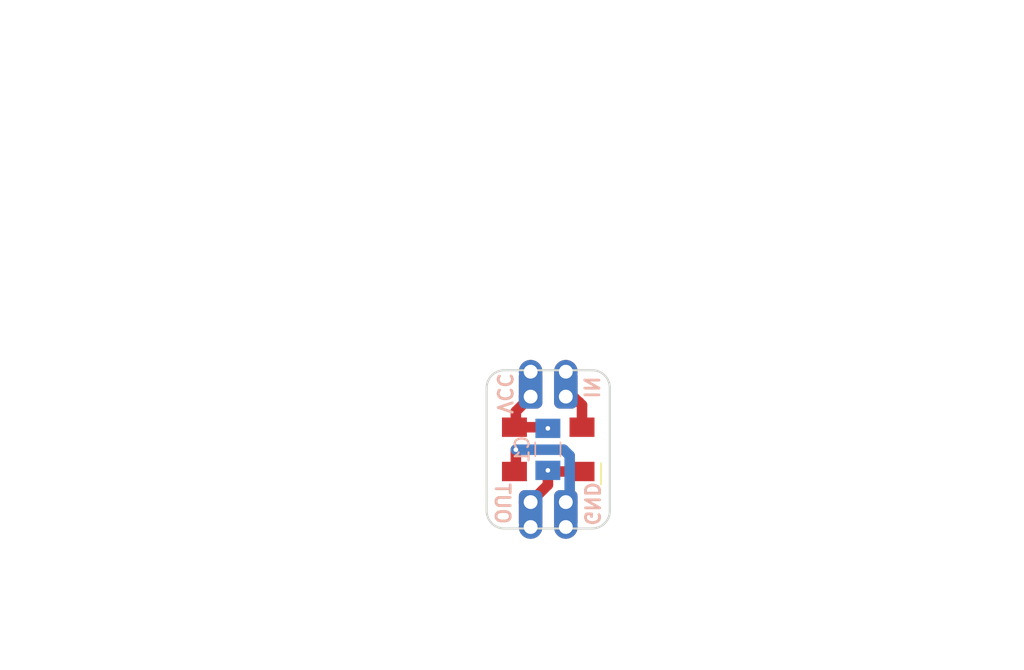
<source format=kicad_pcb>
(kicad_pcb (version 20171130) (host pcbnew 6.0.0-rc1-unknown-b491065~66~ubuntu16.04.1)

  (general
    (thickness 1.6)
    (drawings 29)
    (tracks 24)
    (zones 0)
    (modules 4)
    (nets 5)
  )

  (page USLetter)
  (title_block
    (title "Project Title")
  )

  (layers
    (0 F.Cu signal)
    (31 B.Cu signal)
    (34 B.Paste user)
    (35 F.Paste user)
    (36 B.SilkS user)
    (37 F.SilkS user)
    (38 B.Mask user)
    (39 F.Mask user)
    (44 Edge.Cuts user)
    (46 B.CrtYd user)
    (47 F.CrtYd user)
    (48 B.Fab user)
    (49 F.Fab user)
  )

  (setup
    (last_trace_width 0.762)
    (user_trace_width 0.1524)
    (user_trace_width 0.254)
    (user_trace_width 0.3302)
    (user_trace_width 0.508)
    (user_trace_width 0.762)
    (user_trace_width 1.27)
    (trace_clearance 0.254)
    (zone_clearance 0.508)
    (zone_45_only no)
    (trace_min 0.1524)
    (via_size 0.6858)
    (via_drill 0.3302)
    (via_min_size 0.6858)
    (via_min_drill 0.3302)
    (user_via 0.6858 0.3302)
    (user_via 0.762 0.4064)
    (user_via 0.8636 0.508)
    (uvia_size 0.6858)
    (uvia_drill 0.3302)
    (uvias_allowed no)
    (uvia_min_size 0)
    (uvia_min_drill 0)
    (edge_width 0.1524)
    (segment_width 0.1524)
    (pcb_text_width 0.1524)
    (pcb_text_size 1.016 1.016)
    (mod_edge_width 0.1524)
    (mod_text_size 1.016 1.016)
    (mod_text_width 0.1524)
    (pad_size 1.524 1.524)
    (pad_drill 0.762)
    (pad_to_mask_clearance 0.0762)
    (solder_mask_min_width 0.1016)
    (pad_to_paste_clearance -0.0762)
    (aux_axis_origin 0 0)
    (visible_elements FFFFDF7D)
    (pcbplotparams
      (layerselection 0x310fc_ffffffff)
      (usegerberextensions true)
      (usegerberattributes false)
      (usegerberadvancedattributes false)
      (creategerberjobfile false)
      (excludeedgelayer true)
      (linewidth 0.100000)
      (plotframeref false)
      (viasonmask false)
      (mode 1)
      (useauxorigin false)
      (hpglpennumber 1)
      (hpglpenspeed 20)
      (hpglpendiameter 15.000000)
      (psnegative false)
      (psa4output false)
      (plotreference true)
      (plotvalue true)
      (plotinvisibletext false)
      (padsonsilk false)
      (subtractmaskfromsilk false)
      (outputformat 1)
      (mirror false)
      (drillshape 0)
      (scaleselection 1)
      (outputdirectory "/home/greynaga/Documents/KiCad/github/Varios/Varios/ws2812b_reverse/gerbers/"))
  )

  (net 0 "")
  (net 1 VCC)
  (net 2 "Net-(J1-Pad2)")
  (net 3 GND)
  (net 4 "Net-(J2-Pad1)")

  (net_class Default "This is the default net class."
    (clearance 0.254)
    (trace_width 0.254)
    (via_dia 0.6858)
    (via_drill 0.3302)
    (uvia_dia 0.6858)
    (uvia_drill 0.3302)
    (add_net GND)
    (add_net "Net-(J1-Pad2)")
    (add_net "Net-(J2-Pad1)")
    (add_net VCC)
  )

  (module neo-reverse:LED-RGB-5050-SMD (layer F.Cu) (tedit 5C112960) (tstamp 5C10EB18)
    (at 144.145 107.315)
    (path /5C1015C7)
    (fp_text reference LED1 (at 0.025 0) (layer F.Fab)
      (effects (font (size 1 1) (thickness 0.15)))
    )
    (fp_text value LED-RGB-WS2812B-4SMD (at -0.0508 4.4704) (layer F.Fab) hide
      (effects (font (size 1 1) (thickness 0.15)))
    )
    (fp_text user %R (at -0.0254 -4.191) (layer F.Fab) hide
      (effects (font (size 1 1) (thickness 0.15)))
    )
    (fp_line (start 3.81 -2.921) (end -3.81 -2.921) (layer F.Fab) (width 0.05))
    (fp_line (start -3.81 -2.921) (end -3.81 3.048) (layer F.Fab) (width 0.05))
    (fp_line (start -3.81 3.048) (end 2.413 3.048) (layer F.Fab) (width 0.05))
    (fp_line (start 3.81 1.143) (end 3.81 -2.921) (layer F.Fab) (width 0.05))
    (fp_line (start 3.81 1.0146) (end 3.81 2.5146) (layer F.SilkS) (width 0.15))
    (fp_circle (center 2.45 1.65) (end 2.5 1.8) (layer F.Fab) (width 0.05))
    (fp_line (start 2.413 3.048) (end 3.81 1.143) (layer F.Fab) (width 0.0464))
    (pad 4 smd rect (at -2.4384 1.6) (size 1.8 1.4) (layers F.Cu F.Paste F.Mask)
      (net 4 "Net-(J2-Pad1)"))
    (pad 3 smd rect (at -2.4384 -1.6) (size 1.8 1.4) (layers F.Cu F.Paste F.Mask)
      (net 1 VCC))
    (pad 2 smd rect (at 2.4384 -1.6) (size 1.8 1.4) (layers F.Cu F.Paste F.Mask)
      (net 2 "Net-(J1-Pad2)"))
    (pad 1 smd rect (at 2.4384 1.6) (size 1.8 1.4) (layers F.Cu F.Paste F.Mask)
      (net 3 GND))
    (model ${KISYS3DMOD}/LEDs.3dshapes/WS2812B.wrl
      (at (xyz 0 0 0))
      (scale (xyz 0.3937 0.3937 0.3937))
      (rotate (xyz 0 0 90))
    )
  )

  (module neo-reverse:Pin_half-02x02_P2.54mm (layer F.Cu) (tedit 5C103115) (tstamp 5C10F872)
    (at 142.875 103.505 90)
    (descr "Through hole straight pin header, 1x02, 2.54mm pitch, single row")
    (tags "Through hole pin header THT 1x02 2.54mm single row")
    (path /5C103029)
    (fp_text reference J1 (at 0 -2.33 90) (layer F.Fab)
      (effects (font (size 1 1) (thickness 0.15)))
    )
    (fp_text value CONN_01X02 (at 0 5.6896 90) (layer F.Fab)
      (effects (font (size 1 1) (thickness 0.15)))
    )
    (fp_line (start -1.1176 -1.8) (end -1.1176 4.35) (layer F.CrtYd) (width 0.05))
    (fp_line (start -1.1176 4.35) (end 2.8194 4.35) (layer F.CrtYd) (width 0.05))
    (fp_line (start 2.8194 4.35) (end 2.8194 -1.8) (layer F.CrtYd) (width 0.05))
    (fp_line (start 2.8194 -1.8) (end -1.1176 -1.8) (layer F.CrtYd) (width 0.05))
    (fp_text user %R (at 0 1.27 180) (layer F.Fab)
      (effects (font (size 1 1) (thickness 0.15)))
    )
    (pad 1 thru_hole oval (at 0 0 90) (size 1.7 1.7) (drill 1) (layers *.Cu *.Mask)
      (net 1 VCC))
    (pad 2 thru_hole oval (at 0 2.54 90) (size 1.7 1.7) (drill 1) (layers *.Cu *.Mask)
      (net 2 "Net-(J1-Pad2)"))
    (pad 1 thru_hole oval (at 1.8 0 90) (size 1.7 1.7) (drill 1) (layers *.Cu *.Mask)
      (net 1 VCC))
    (pad 2 thru_hole oval (at 1.8 2.54 90) (size 1.7 1.7) (drill 1) (layers *.Cu *.Mask)
      (net 2 "Net-(J1-Pad2)"))
    (pad 1 smd roundrect (at 0.5334 0 90) (size 2.8 1.7) (layers F.Cu F.Mask) (roundrect_rratio 0.25)
      (net 1 VCC))
    (pad 1 smd roundrect (at 0.5334 0 90) (size 2.8 1.7) (layers B.Cu B.Mask) (roundrect_rratio 0.25)
      (net 1 VCC))
    (pad 2 smd roundrect (at 0.5334 2.54 90) (size 2.8 1.7) (layers F.Cu F.Mask) (roundrect_rratio 0.25)
      (net 2 "Net-(J1-Pad2)"))
    (pad 2 smd roundrect (at 0.5334 2.54 90) (size 2.8 1.7) (layers B.Cu B.Mask) (roundrect_rratio 0.25)
      (net 2 "Net-(J1-Pad2)"))
  )

  (module neo-reverse:Pin_half-02x02_P2.54mm (layer F.Cu) (tedit 5C103115) (tstamp 5C10F892)
    (at 145.415 111.125 270)
    (descr "Through hole straight pin header, 1x02, 2.54mm pitch, single row")
    (tags "Through hole pin header THT 1x02 2.54mm single row")
    (path /5C106126)
    (fp_text reference J2 (at 0 -2.33) (layer F.Fab)
      (effects (font (size 1 1) (thickness 0.15)))
    )
    (fp_text value CONN_01X02 (at 0 5.6896 270) (layer F.Fab)
      (effects (font (size 1 1) (thickness 0.15)))
    )
    (fp_text user %R (at 0 1.27) (layer F.Fab)
      (effects (font (size 1 1) (thickness 0.15)))
    )
    (fp_line (start 2.8194 -1.8) (end -1.1176 -1.8) (layer F.CrtYd) (width 0.05))
    (fp_line (start 2.8194 4.35) (end 2.8194 -1.8) (layer F.CrtYd) (width 0.05))
    (fp_line (start -1.1176 4.35) (end 2.8194 4.35) (layer F.CrtYd) (width 0.05))
    (fp_line (start -1.1176 -1.8) (end -1.1176 4.35) (layer F.CrtYd) (width 0.05))
    (pad 2 smd roundrect (at 0.5334 2.54 270) (size 2.8 1.7) (layers B.Cu B.Mask) (roundrect_rratio 0.25)
      (net 3 GND))
    (pad 2 smd roundrect (at 0.5334 2.54 270) (size 2.8 1.7) (layers F.Cu F.Mask) (roundrect_rratio 0.25)
      (net 3 GND))
    (pad 1 smd roundrect (at 0.5334 0 270) (size 2.8 1.7) (layers B.Cu B.Mask) (roundrect_rratio 0.25)
      (net 4 "Net-(J2-Pad1)"))
    (pad 1 smd roundrect (at 0.5334 0 270) (size 2.8 1.7) (layers F.Cu F.Mask) (roundrect_rratio 0.25)
      (net 4 "Net-(J2-Pad1)"))
    (pad 2 thru_hole oval (at 1.8 2.54 270) (size 1.7 1.7) (drill 1) (layers *.Cu *.Mask)
      (net 3 GND))
    (pad 1 thru_hole oval (at 1.8 0 270) (size 1.7 1.7) (drill 1) (layers *.Cu *.Mask)
      (net 4 "Net-(J2-Pad1)"))
    (pad 2 thru_hole oval (at 0 2.54 270) (size 1.7 1.7) (drill 1) (layers *.Cu *.Mask)
      (net 3 GND))
    (pad 1 thru_hole oval (at 0 0 270) (size 1.7 1.7) (drill 1) (layers *.Cu *.Mask)
      (net 4 "Net-(J2-Pad1)"))
  )

  (module Capacitor_SMD:C_1206_3216Metric_Pad1.39x1.80mm_HandSolder (layer B.Cu) (tedit 5AC5DB74) (tstamp 5C10FB4B)
    (at 144.1196 107.315 270)
    (descr "Capacitor SMD 1206 (3216 Metric), square (rectangular) end terminal, IPC_7351 nominal with elongated pad for handsoldering. (Body size source: http://www.tortai-tech.com/upload/download/2011102023233369053.pdf), generated with kicad-footprint-generator")
    (tags "capacitor handsolder")
    (path /5C10CDA9)
    (attr smd)
    (fp_text reference C1 (at 0 1.85 270) (layer B.SilkS)
      (effects (font (size 1 1) (thickness 0.15)) (justify mirror))
    )
    (fp_text value C (at 0 -1.85 270) (layer B.Fab)
      (effects (font (size 1 1) (thickness 0.15)) (justify mirror))
    )
    (fp_line (start -1.6 -0.8) (end -1.6 0.8) (layer B.Fab) (width 0.1))
    (fp_line (start -1.6 0.8) (end 1.6 0.8) (layer B.Fab) (width 0.1))
    (fp_line (start 1.6 0.8) (end 1.6 -0.8) (layer B.Fab) (width 0.1))
    (fp_line (start 1.6 -0.8) (end -1.6 -0.8) (layer B.Fab) (width 0.1))
    (fp_line (start -0.5 0.91) (end 0.5 0.91) (layer B.SilkS) (width 0.12))
    (fp_line (start -0.5 -0.91) (end 0.5 -0.91) (layer B.SilkS) (width 0.12))
    (fp_line (start -2.46 -1.15) (end -2.46 1.15) (layer B.CrtYd) (width 0.05))
    (fp_line (start -2.46 1.15) (end 2.46 1.15) (layer B.CrtYd) (width 0.05))
    (fp_line (start 2.46 1.15) (end 2.46 -1.15) (layer B.CrtYd) (width 0.05))
    (fp_line (start 2.46 -1.15) (end -2.46 -1.15) (layer B.CrtYd) (width 0.05))
    (fp_text user %R (at 0 0 270) (layer B.Fab)
      (effects (font (size 0.8 0.8) (thickness 0.12)) (justify mirror))
    )
    (pad 1 smd rect (at -1.5175 0 270) (size 1.395 1.8) (layers B.Cu B.Paste B.Mask)
      (net 1 VCC))
    (pad 2 smd rect (at 1.5175 0 270) (size 1.395 1.8) (layers B.Cu B.Paste B.Mask)
      (net 3 GND))
    (model ${KISYS3DMOD}/Capacitor_SMD.3dshapes/C_1206_3216Metric.wrl
      (at (xyz 0 0 0))
      (scale (xyz 1 1 1))
      (rotate (xyz 0 0 0))
    )
  )

  (gr_text VCC (at 140.9954 103.2764 270) (layer B.SilkS) (tstamp 5C1035EC)
    (effects (font (size 1.016 1.016) (thickness 0.2)) (justify mirror))
  )
  (gr_text IN (at 147.2438 102.8446 270) (layer B.SilkS) (tstamp 5C1035DE)
    (effects (font (size 1.016 1.016) (thickness 0.2)) (justify mirror))
  )
  (gr_text OUT (at 140.843 111.2266 270) (layer B.SilkS) (tstamp 5C1035D2)
    (effects (font (size 1.016 1.016) (thickness 0.2)) (justify mirror))
  )
  (gr_text GND (at 147.2946 111.252 270) (layer B.SilkS)
    (effects (font (size 1.016 1.016) (thickness 0.2)) (justify mirror))
  )
  (gr_arc (start 147.32 111.76) (end 147.32 113.03) (angle -90) (layer Edge.Cuts) (width 0.1524) (tstamp 5C10FBF7))
  (gr_arc (start 140.97 111.76) (end 139.7 111.76) (angle -90) (layer Edge.Cuts) (width 0.1524) (tstamp 5C10FBF4))
  (gr_arc (start 140.97 102.87) (end 140.97 101.6) (angle -90) (layer Edge.Cuts) (width 0.1524) (tstamp 5C10FBF0))
  (gr_arc (start 147.32 102.87) (end 148.59 102.87) (angle -90) (layer Edge.Cuts) (width 0.1524))
  (gr_line (start 148.59 111.76) (end 148.59 102.87) (layer Edge.Cuts) (width 0.1524) (tstamp 5C10EB38))
  (gr_line (start 140.97 113.03) (end 147.32 113.03) (layer Edge.Cuts) (width 0.1524))
  (gr_line (start 139.7 102.87) (end 139.7 111.76) (layer Edge.Cuts) (width 0.1524))
  (gr_line (start 147.32 101.6) (end 140.97 101.6) (layer Edge.Cuts) (width 0.1524))
  (gr_circle (center 117.348 76.962) (end 118.618 76.962) (layer Dwgs.User) (width 0.15))
  (gr_line (start 114.427 78.994) (end 114.427 74.93) (angle 90) (layer Dwgs.User) (width 0.15))
  (gr_line (start 120.269 78.994) (end 114.427 78.994) (angle 90) (layer Dwgs.User) (width 0.15))
  (gr_line (start 120.269 74.93) (end 120.269 78.994) (angle 90) (layer Dwgs.User) (width 0.15))
  (gr_line (start 114.427 74.93) (end 120.269 74.93) (angle 90) (layer Dwgs.User) (width 0.15))
  (gr_line (start 120.523 93.98) (end 104.648 93.98) (angle 90) (layer Dwgs.User) (width 0.15))
  (gr_line (start 173.355 102.235) (end 173.355 94.615) (angle 90) (layer Dwgs.User) (width 0.15))
  (gr_line (start 178.435 102.235) (end 173.355 102.235) (angle 90) (layer Dwgs.User) (width 0.15))
  (gr_line (start 178.435 94.615) (end 178.435 102.235) (angle 90) (layer Dwgs.User) (width 0.15))
  (gr_line (start 173.355 94.615) (end 178.435 94.615) (angle 90) (layer Dwgs.User) (width 0.15))
  (gr_line (start 109.093 123.19) (end 109.093 114.3) (angle 90) (layer Dwgs.User) (width 0.15))
  (gr_line (start 122.428 123.19) (end 109.093 123.19) (angle 90) (layer Dwgs.User) (width 0.15))
  (gr_line (start 122.428 114.3) (end 122.428 123.19) (angle 90) (layer Dwgs.User) (width 0.15))
  (gr_line (start 109.093 114.3) (end 122.428 114.3) (angle 90) (layer Dwgs.User) (width 0.15))
  (gr_line (start 104.648 93.98) (end 104.648 82.55) (angle 90) (layer Dwgs.User) (width 0.15))
  (gr_line (start 120.523 82.55) (end 120.523 93.98) (angle 90) (layer Dwgs.User) (width 0.15))
  (gr_line (start 104.648 82.55) (end 120.523 82.55) (angle 90) (layer Dwgs.User) (width 0.15))

  (segment (start 142.875 103.505) (end 141.8082 104.5718) (width 0.762) (layer F.Cu) (net 1))
  (segment (start 141.8082 105.6134) (end 141.7066 105.715) (width 0.762) (layer F.Cu) (net 1))
  (segment (start 141.8082 104.5718) (end 141.8082 105.6134) (width 0.762) (layer F.Cu) (net 1))
  (segment (start 144.0371 105.715) (end 144.1196 105.7975) (width 0.762) (layer F.Cu) (net 1))
  (via (at 144.1196 105.7975) (size 0.6858) (drill 0.3302) (layers F.Cu B.Cu) (net 1))
  (segment (start 141.7066 105.715) (end 144.0371 105.715) (width 0.762) (layer F.Cu) (net 1))
  (segment (start 146.33571 103.89231) (end 146.36111 103.89231) (width 0.762) (layer F.Cu) (net 2))
  (segment (start 145.415 102.9716) (end 146.33571 103.89231) (width 0.762) (layer F.Cu) (net 2))
  (segment (start 146.5834 104.1146) (end 146.5834 105.715) (width 0.762) (layer F.Cu) (net 2))
  (segment (start 146.36111 103.89231) (end 146.5834 104.1146) (width 0.762) (layer F.Cu) (net 2))
  (segment (start 143.2625 111.2709) (end 142.875 111.6584) (width 0.762) (layer B.Cu) (net 3) (status 30))
  (via (at 144.1196 108.8325) (size 0.6858) (drill 0.3302) (layers F.Cu B.Cu) (net 3))
  (segment (start 144.2021 108.915) (end 144.1196 108.8325) (width 0.762) (layer F.Cu) (net 3))
  (segment (start 146.5834 108.915) (end 146.5834 108.915) (width 0.762) (layer F.Cu) (net 3))
  (segment (start 144.1196 109.8804) (end 144.1196 108.8325) (width 0.762) (layer F.Cu) (net 3))
  (segment (start 142.875 111.125) (end 144.1196 109.8804) (width 0.762) (layer F.Cu) (net 3))
  (segment (start 146.5834 108.915) (end 144.2021 108.915) (width 0.762) (layer F.Cu) (net 3) (tstamp 5C117E05))
  (via (at 141.8082 107.3404) (size 0.6858) (drill 0.3302) (layers F.Cu B.Cu) (net 4))
  (segment (start 141.8082 108.8134) (end 141.7066 108.915) (width 0.762) (layer F.Cu) (net 4))
  (segment (start 141.8082 107.3404) (end 141.8082 108.8134) (width 0.762) (layer F.Cu) (net 4))
  (segment (start 145.2626 107.3404) (end 141.8082 107.3404) (width 0.762) (layer B.Cu) (net 4))
  (segment (start 145.6944 111.379) (end 145.6944 107.7722) (width 0.762) (layer B.Cu) (net 4))
  (segment (start 145.6944 107.7722) (end 145.2626 107.3404) (width 0.762) (layer B.Cu) (net 4))
  (segment (start 145.415 111.6584) (end 145.6944 111.379) (width 0.762) (layer B.Cu) (net 4))

  (zone (net 3) (net_name GND) (layer F.Cu) (tstamp 0) (hatch edge 0.508)
    (connect_pads (clearance 0.508))
    (min_thickness 0.254)
    (fill (arc_segments 16) (thermal_gap 0.508) (thermal_bridge_width 0.508))
    (polygon
      (pts
        (xy 139.065 100.33) (xy 149.225 100.33) (xy 149.225 114.3) (xy 139.065 114.3)
      )
    )
  )
  (zone (net 3) (net_name GND) (layer B.Cu) (tstamp 0) (hatch edge 0.508)
    (connect_pads (clearance 0.508))
    (min_thickness 0.254)
    (fill (arc_segments 16) (thermal_gap 0.508) (thermal_bridge_width 0.508))
    (polygon
      (pts
        (xy 139.065 100.33) (xy 149.225 100.33) (xy 149.225 114.3) (xy 139.065 114.3)
      )
    )
  )
)

</source>
